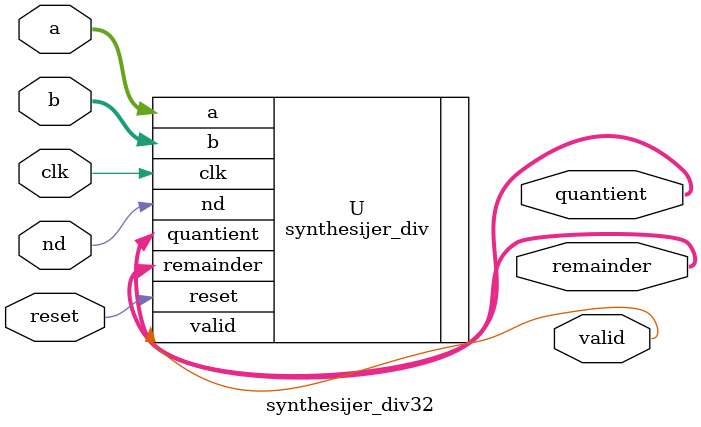
<source format=v>
`default_nettype none

module synthesijer_div32
  (
   input wire 		     clk,
   input wire 		     reset,
   input wire signed [31:0]  a,
   input wire signed [31:0]  b,
   input wire 		     nd,
   output wire signed [31:0] quantient,
   output wire signed [31:0] remainder,
   output wire 		     valid
   );

   defparam U.WIDTH = 32;
   synthesijer_div U(.clk(clk),
		     .reset(reset),
		     .a(a),
		     .b(b),
		     .nd(nd),
		     .quantient(quantient),
		     .remainder(remainder),
		     .valid(valid)
		     );

   // wire [63:0] 	     result_tmp;
   // wire 		     valid_tmp;

   // div32_ip U(.aclk(clk),
   // 	      .aresetn(~reset),
   // 	      .s_axis_dividend_tdata(a),
   // 	      .s_axis_dividend_tvalid(nd),
   // 	      .s_axis_dividend_tready(),
   // 	      .s_axis_divisor_tdata(b),
   // 	      .s_axis_divisor_tvalid(nd),
   // 	      .s_axis_divisor_tready(),
   // 	      .m_axis_dout_tvalid(valid_tmp),
   // 	      .m_axis_dout_tdata(result_tmp)
   // 	      );

   // assign valid = valid_tmp;
   // assign quantient = result_tmp[63:32];
   // assign remainder = result_tmp[31:0];
   
endmodule // synthesijer_div32

`default_nettype none

</source>
